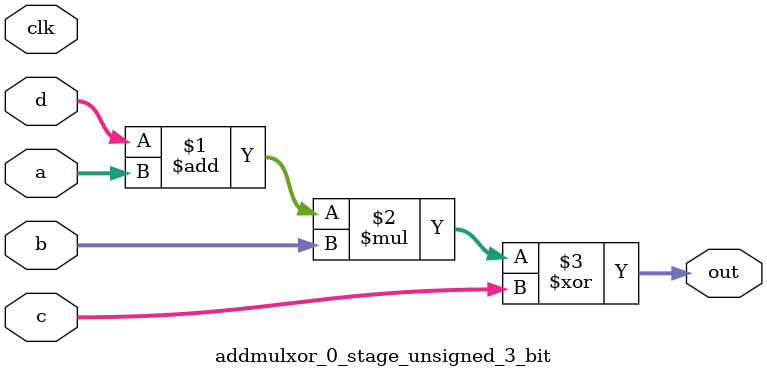
<source format=sv>
(* use_dsp = "yes" *) module addmulxor_0_stage_unsigned_3_bit(
	input  [2:0] a,
	input  [2:0] b,
	input  [2:0] c,
	input  [2:0] d,
	output [2:0] out,
	input clk);

	assign out = ((d + a) * b) ^ c;
endmodule

</source>
